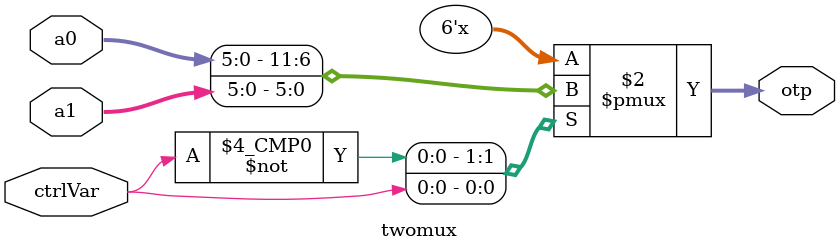
<source format=v>
module twomux(
    input wire [5:0] a0, a1,
    input wire ctrlVar,

    output reg [5:0] otp
);

always@ ( * ) begin
    case (ctrlVar)
        0: otp = a0;
        1: otp = a1;
        default: otp = 0;
    endcase
end

endmodule
</source>
